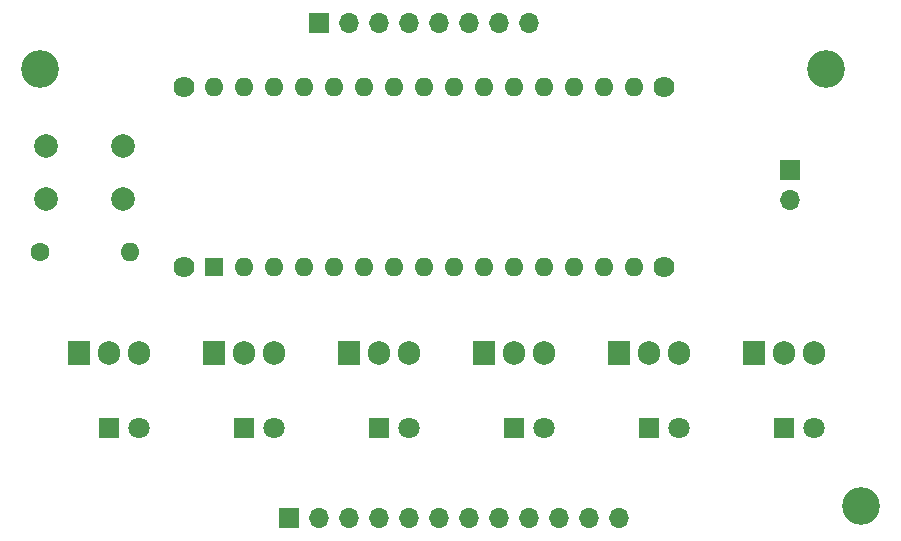
<source format=gbr>
%TF.GenerationSoftware,KiCad,Pcbnew,9.0.0*%
%TF.CreationDate,2025-03-22T14:56:06+10:00*%
%TF.ProjectId,ngmarquee.kicad_pcb_to220_1.0_m3,6e676d61-7271-4756-9565-2e6b69636164,rev?*%
%TF.SameCoordinates,Original*%
%TF.FileFunction,Soldermask,Top*%
%TF.FilePolarity,Negative*%
%FSLAX46Y46*%
G04 Gerber Fmt 4.6, Leading zero omitted, Abs format (unit mm)*
G04 Created by KiCad (PCBNEW 9.0.0) date 2025-03-22 14:56:06*
%MOMM*%
%LPD*%
G01*
G04 APERTURE LIST*
%ADD10C,3.200000*%
%ADD11R,1.800000X1.800000*%
%ADD12C,1.800000*%
%ADD13C,1.600000*%
%ADD14O,1.600000X1.600000*%
%ADD15R,1.905000X2.000000*%
%ADD16O,1.905000X2.000000*%
%ADD17R,1.700000X1.700000*%
%ADD18O,1.700000X1.700000*%
%ADD19C,2.000000*%
%ADD20C,1.780000*%
%ADD21R,1.600000X1.600000*%
G04 APERTURE END LIST*
D10*
%TO.C,REF\u002A\u002A*%
X161040000Y-63590000D03*
%TD*%
D11*
%TO.C,D1*%
X100330000Y-93980000D03*
D12*
X102870000Y-93980000D03*
%TD*%
D13*
%TO.C,R1*%
X94540000Y-79090000D03*
D14*
X102160000Y-79090000D03*
%TD*%
D11*
%TO.C,D6*%
X157480000Y-93980000D03*
D12*
X160020000Y-93980000D03*
%TD*%
D11*
%TO.C,D5*%
X146050000Y-93980000D03*
D12*
X148590000Y-93980000D03*
%TD*%
D15*
%TO.C,Q6*%
X154940000Y-87630000D03*
D16*
X157480000Y-87630000D03*
X160020000Y-87630000D03*
%TD*%
D17*
%TO.C,REF\u002A\u002A*%
X158040000Y-72090000D03*
D18*
X158040000Y-74630000D03*
%TD*%
D15*
%TO.C,Q2*%
X109220000Y-87630000D03*
D16*
X111760000Y-87630000D03*
X114300000Y-87630000D03*
%TD*%
D10*
%TO.C,REF\u002A\u002A*%
X164040000Y-100590000D03*
%TD*%
%TO.C,REF\u002A\u002A*%
X94540000Y-63590000D03*
%TD*%
D19*
%TO.C,REF\u002A\u002A*%
X95040000Y-70090000D03*
X101540000Y-70090000D03*
X95040000Y-74590000D03*
X101540000Y-74590000D03*
%TD*%
D11*
%TO.C,D4*%
X134620000Y-93980000D03*
D12*
X137160000Y-93980000D03*
%TD*%
D11*
%TO.C,D3*%
X123190000Y-93980000D03*
D12*
X125730000Y-93980000D03*
%TD*%
D15*
%TO.C,Q5*%
X143510000Y-87630000D03*
D16*
X146050000Y-87630000D03*
X148590000Y-87630000D03*
%TD*%
D15*
%TO.C,Q4*%
X132080000Y-87630000D03*
D16*
X134620000Y-87630000D03*
X137160000Y-87630000D03*
%TD*%
D15*
%TO.C,Q3*%
X120650000Y-87630000D03*
D16*
X123190000Y-87630000D03*
X125730000Y-87630000D03*
%TD*%
D15*
%TO.C,Q1*%
X97790000Y-87630000D03*
D16*
X100330000Y-87630000D03*
X102870000Y-87630000D03*
%TD*%
D20*
%TO.C,A1*%
X106680000Y-80330000D03*
X147320000Y-80330000D03*
X106680000Y-65090000D03*
X147320000Y-65090000D03*
D14*
X142240000Y-65090000D03*
X116840000Y-65090000D03*
X137160000Y-65090000D03*
X134620000Y-65090000D03*
X132080000Y-65090000D03*
X129540000Y-65090000D03*
X127000000Y-65090000D03*
X124460000Y-65090000D03*
X121920000Y-65090000D03*
X119380000Y-65090000D03*
X119380000Y-80330000D03*
X121920000Y-80330000D03*
X124460000Y-80330000D03*
X127000000Y-80330000D03*
X129540000Y-80330000D03*
X132080000Y-80330000D03*
X134620000Y-80330000D03*
X137160000Y-80330000D03*
X139700000Y-80330000D03*
X142240000Y-80330000D03*
X144780000Y-80330000D03*
X144780000Y-65090000D03*
X116840000Y-80330000D03*
X111760000Y-65090000D03*
X139700000Y-65090000D03*
X114300000Y-80330000D03*
X114300000Y-65090000D03*
X111760000Y-80330000D03*
D21*
X109220000Y-80330000D03*
D14*
X109220000Y-65090000D03*
%TD*%
D17*
%TO.C,J1*%
X118110000Y-59690000D03*
D18*
X120650000Y-59690000D03*
X123190000Y-59690000D03*
X125730000Y-59690000D03*
X128270000Y-59690000D03*
X130810000Y-59690000D03*
X133350000Y-59690000D03*
X135890000Y-59690000D03*
%TD*%
D11*
%TO.C,D2*%
X111760000Y-93980000D03*
D12*
X114300000Y-93980000D03*
%TD*%
D17*
%TO.C,J2*%
X115570000Y-101600000D03*
D18*
X118110000Y-101600000D03*
X120650000Y-101600000D03*
X123190000Y-101600000D03*
X125730000Y-101600000D03*
X128270000Y-101600000D03*
X130810000Y-101600000D03*
X133350000Y-101600000D03*
X135890000Y-101600000D03*
X138430000Y-101600000D03*
X140970000Y-101600000D03*
X143510000Y-101600000D03*
%TD*%
M02*

</source>
